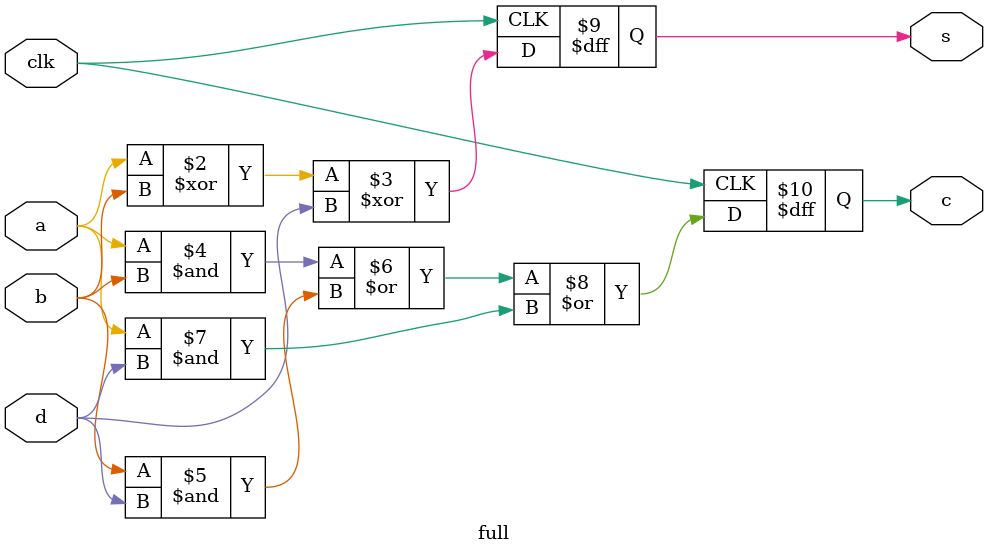
<source format=v>
module  full(s,c,a,b,d,clk);
output reg s,c;
input a,b,d,clk;

always @(posedge clk)
begin
s=a^b^d;
c=(a&b)|(b&d)|(a&d);
end 
endmodule


</source>
